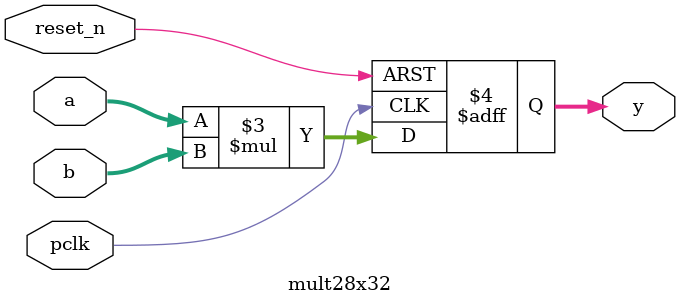
<source format=v>
module mult28x32(
input pclk,
input reset_n,
input signed [27:0] a,
input signed [31:0] b,
output reg signed [59:0] y
);

//reg signed [59:0] res;
//assign y =  res;
always @(posedge pclk or negedge reset_n)
    if (reset_n == 0) begin
         y <= 0;
         end
    else begin
         y <= #1 a*b;
         end

endmodule






</source>
